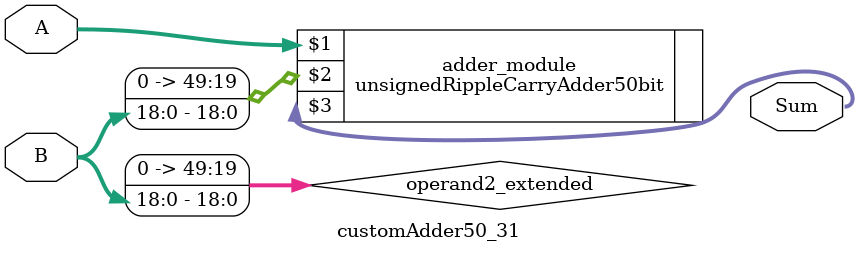
<source format=v>
module customAdder50_31(
                        input [49 : 0] A,
                        input [18 : 0] B,
                        
                        output [50 : 0] Sum
                );

        wire [49 : 0] operand2_extended;
        
        assign operand2_extended =  {31'b0, B};
        
        unsignedRippleCarryAdder50bit adder_module(
            A,
            operand2_extended,
            Sum
        );
        
        endmodule
        
</source>
